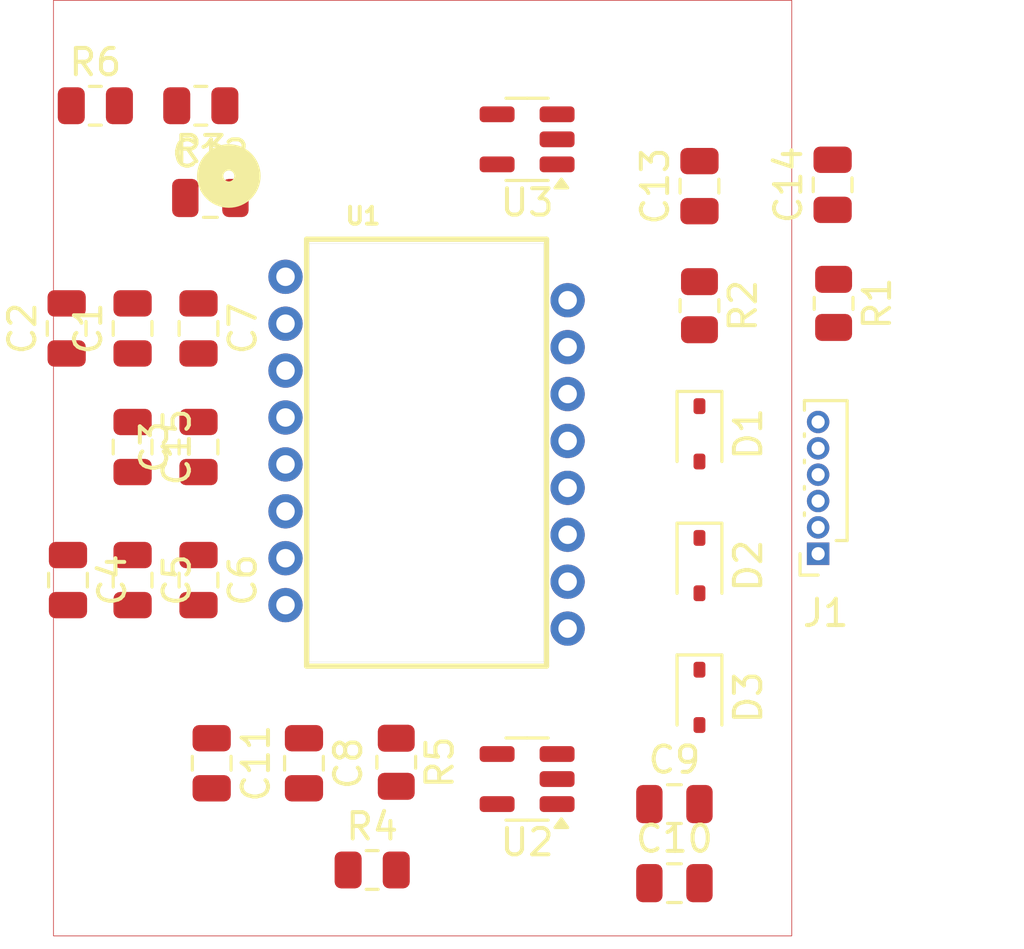
<source format=kicad_pcb>
(kicad_pcb (version 20240108) (generator "pcbnew") (generator_version "8.0")
  (title_block (title "PAW3395 Breakout board") (date "3/15/24") (rev "v1"))
  (layers (0 "F.Cu" signal) (31 "B.Cu" signal) (34 "B.Paste" user) (35 "F.Paste" user) (36 "B.SilkS" user "B.Silkscreen") (37 "F.SilkS" user "F.Silkscreen") (38 "B.Mask" user) (39 "F.Mask" user) (44 "Edge.Cuts" user))
  (net 0 "")
  (net 1 "GND")
  (net 2 "1V9")
  (net 3 "3V3")
  (net 4 "GNDREF")
  (net 5 "VDD")
  (net 6 "Net-(U3-FB)")
  (net 7 "Net-(U2-FB)")
  (net 8 "NCS")
  (net 9 "MOSI")
  (net 10 "SCLK")
  (net 11 "MISO")
  (net 12 "Net-(U1-LED_P)")
  (footprint "Capacitor_SMD:C_0805_2012Metric" (layer "F.Cu") (at 128 106.45 90)
    (property "Reference" "C1" (at 0 -1.68 270) (layer "F.SilkS"))
    (property "Value" "10uF")
    (fp_line (start -0.261252 -0.735) (end 0.261252 -0.735) (stroke (width 0.12)) (layer "F.SilkS"))
    (fp_line (start -0.261252 0.735) (end 0.261252 0.735) (stroke (width 0.12)) (layer "F.SilkS"))
    (pad "1" smd roundrect (at -0.95 0 90) (size 1 1.45) (layers "F.Cu" "F.Paste" "F.Mask") (net 2 "1V9"))
    (pad "2" smd roundrect (at 0.95 0 90) (size 1 1.45) (layers "F.Cu" "F.Paste" "F.Mask") (net 1 "GND"))
  )
  (footprint "Capacitor_SMD:C_0805_2012Metric" (layer "F.Cu") (at 128 116 -90)
    (property "Reference" "C5" (at 0 -1.68 90) (layer "F.SilkS"))
    (property "Value" "10uF")
    (fp_line (start -0.261252 0.735) (end 0.261252 0.735) (stroke (width 0.12)) (layer "F.SilkS"))
    (fp_line (start -0.261252 -0.735) (end 0.261252 -0.735) (stroke (width 0.12)) (layer "F.SilkS"))
    (pad "1" smd roundrect (at -0.95 0 270) (size 1 1.45) (layers "F.Cu" "F.Paste" "F.Mask") (net 3 "3V3"))
    (pad "2" smd roundrect (at 0.95 0 270) (size 1 1.45) (layers "F.Cu" "F.Paste" "F.Mask") (net 4 "GNDREF"))
  )
  (footprint "Capacitor_SMD:C_0805_2012Metric" (layer "F.Cu") (at 130.5 110.95 90)
    (property "Reference" "C3" (at 0 -1.68 270) (layer "F.SilkS"))
    (property "Value" "4.7uF")
    (fp_line (start -0.261252 -0.735) (end 0.261252 -0.735) (stroke (width 0.12)) (layer "F.SilkS"))
    (fp_line (start -0.261252 0.735) (end 0.261252 0.735) (stroke (width 0.12)) (layer "F.SilkS"))
    (pad "1" smd roundrect (at -0.95 0 90) (size 1 1.45) (layers "F.Cu" "F.Paste" "F.Mask") (net 3 "3V3"))
    (pad "2" smd roundrect (at 0.95 0 90) (size 1 1.45) (layers "F.Cu" "F.Paste" "F.Mask") (net 4 "GNDREF"))
  )
  (footprint "Capacitor_SMD:C_0805_2012Metric" (layer "F.Cu") (at 149.5 101.05 90)
    (property "Reference" "C13" (at 0 -1.68 270) (layer "F.SilkS"))
    (property "Value" "10uF")
    (fp_line (start -0.261252 -0.735) (end 0.261252 -0.735) (stroke (width 0.12)) (layer "F.SilkS"))
    (fp_line (start -0.261252 0.735) (end 0.261252 0.735) (stroke (width 0.12)) (layer "F.SilkS"))
    (pad "1" smd roundrect (at -0.95 0 90) (size 1 1.45) (layers "F.Cu" "F.Paste" "F.Mask") (net 3 "3V3"))
    (pad "2" smd roundrect (at 0.95 0 90) (size 1 1.45) (layers "F.Cu" "F.Paste" "F.Mask") (net 4 "GNDREF"))
  )
  (footprint "Resistor_SMD:R_0805_2012Metric" (layer "F.Cu") (at 154.5875 105.5 -90)
    (property "Reference" "R1" (at 0 -1.65 90) (layer "F.SilkS"))
    (property "Value" "5.6")
    (fp_line (start -0.227064 0.735) (end 0.227064 0.735) (stroke (width 0.12)) (layer "F.SilkS"))
    (fp_line (start -0.227064 -0.735) (end 0.227064 -0.735) (stroke (width 0.12)) (layer "F.SilkS"))
    (pad "1" smd roundrect (at -0.9125 0 270) (size 1.025 1.4) (layers "F.Cu" "F.Paste" "F.Mask") (roundrect_rratio 0.243902) (net 2 "1V9"))
    (pad "2" smd roundrect (at 0.9125 0 270) (size 1.025 1.4) (layers "F.Cu" "F.Paste" "F.Mask") (roundrect_rratio 0.243902) (net 12 "Net-(U1-LED_P)"))
  )
  (footprint "Package_TO_SOT_SMD:SOT-23-5" (layer "F.Cu") (at 142.9625 99.275 180)
    (property "Reference" "U3" (at 0 -2.4 180) (layer "F.SilkS"))
    (property "Value" "TPS73601DBV")
    (fp_line (start 0 1.56) (end 0.8 1.56) (stroke (width 0.12)) (layer "F.SilkS"))
    (fp_line (start 0 1.56) (end -0.8 1.56) (stroke (width 0.12)) (layer "F.SilkS"))
    (fp_line (start 0 -1.56) (end 0.8 -1.56) (stroke (width 0.12)) (layer "F.SilkS"))
    (fp_line (start 0 -1.56) (end -0.8 -1.56) (stroke (width 0.12)) (layer "F.SilkS"))
    (fp_poly (pts (xy -1.3 -1.51) (xy -1.54 -1.84) (xy -1.06 -1.84) (xy -1.3 -1.51)) (stroke (width 0.12)) (fill solid) (layer "F.SilkS"))
    (pad "1" smd roundrect (at -1.1375 -0.95 180) (size 1.325 0.6) (layers "F.Cu" "F.Paste" "F.Mask") (net 5 "VDD"))
    (pad "2" smd roundrect (at -1.1375 0 180) (size 1.325 0.6) (layers "F.Cu" "F.Paste" "F.Mask") (net 4 "GNDREF"))
    (pad "3" smd roundrect (at -1.1375 0.95 180) (size 1.325 0.6) (layers "F.Cu" "F.Paste" "F.Mask") (net 5 "VDD"))
    (pad "4" smd roundrect (at 1.1375 0.95 180) (size 1.325 0.6) (layers "F.Cu" "F.Paste" "F.Mask") (net 6 "Net-(U3-FB)"))
    (pad "5" smd roundrect (at 1.1375 -0.95 180) (size 1.325 0.6) (layers "F.Cu" "F.Paste" "F.Mask") (net 3 "3V3"))
  )
  (footprint "Package_TO_SOT_SMD:SOT-23-5" (layer "F.Cu") (at 142.9625 123.55 180)
    (property "Reference" "U2" (at 0 -2.4 180) (layer "F.SilkS"))
    (property "Value" "TPS73601DBV")
    (fp_line (start 0 1.56) (end 0.8 1.56) (stroke (width 0.12)) (layer "F.SilkS"))
    (fp_line (start 0 1.56) (end -0.8 1.56) (stroke (width 0.12)) (layer "F.SilkS"))
    (fp_line (start 0 -1.56) (end 0.8 -1.56) (stroke (width 0.12)) (layer "F.SilkS"))
    (fp_line (start 0 -1.56) (end -0.8 -1.56) (stroke (width 0.12)) (layer "F.SilkS"))
    (fp_poly (pts (xy -1.3 -1.51) (xy -1.54 -1.84) (xy -1.06 -1.84) (xy -1.3 -1.51)) (stroke (width 0.12)) (fill solid) (layer "F.SilkS"))
    (pad "1" smd roundrect (at -1.1375 -0.95 180) (size 1.325 0.6) (layers "F.Cu" "F.Paste" "F.Mask") (net 5 "VDD"))
    (pad "2" smd roundrect (at -1.1375 0 180) (size 1.325 0.6) (layers "F.Cu" "F.Paste" "F.Mask") (net 4 "GNDREF"))
    (pad "3" smd roundrect (at -1.1375 0.95 180) (size 1.325 0.6) (layers "F.Cu" "F.Paste" "F.Mask") (net 5 "VDD"))
    (pad "4" smd roundrect (at 1.1375 0.95 180) (size 1.325 0.6) (layers "F.Cu" "F.Paste" "F.Mask") (net 7 "Net-(U2-FB)"))
    (pad "5" smd roundrect (at 1.1375 -0.95 180) (size 1.325 0.6) (layers "F.Cu" "F.Paste" "F.Mask") (net 2 "1V9"))
  )
  (footprint "Capacitor_SMD:C_0805_2012Metric" (layer "F.Cu") (at 154.55 101 90)
    (property "Reference" "C14" (at 0 -1.68 270) (layer "F.SilkS"))
    (property "Value" "100nF")
    (fp_line (start -0.261252 -0.735) (end 0.261252 -0.735) (stroke (width 0.12)) (layer "F.SilkS"))
    (fp_line (start -0.261252 0.735) (end 0.261252 0.735) (stroke (width 0.12)) (layer "F.SilkS"))
    (pad "1" smd roundrect (at -0.95 0 90) (size 1 1.45) (layers "F.Cu" "F.Paste" "F.Mask") (net 2 "1V9"))
    (pad "2" smd roundrect (at 0.95 0 90) (size 1 1.45) (layers "F.Cu" "F.Paste" "F.Mask") (net 7 "Net-(U2-FB)"))
  )
  (footprint "Diode_SMD:D_SOD-323" (layer "F.Cu") (at 149.5 115.45 -90)
    (property "Reference" "D2" (at 0 -1.85 90) (layer "F.SilkS"))
    (property "Value" "3.3Vbd")
    (fp_line (start -1.61 0.85) (end 1.05 0.85) (stroke (width 0.12)) (layer "F.SilkS"))
    (fp_line (start -1.61 -0.85) (end -1.61 0.85) (stroke (width 0.12)) (layer "F.SilkS"))
    (fp_line (start -1.61 -0.85) (end 1.05 -0.85) (stroke (width 0.12)) (layer "F.SilkS"))
    (pad "1" smd roundrect (at -1.05 0 270) (size 0.6 0.45) (layers "F.Cu" "F.Paste" "F.Mask") (net 9 "MOSI"))
    (pad "2" smd roundrect (at 1.05 0 270) (size 0.6 0.45) (layers "F.Cu" "F.Paste" "F.Mask") (net 4 "GNDREF"))
  )
  (footprint "Capacitor_SMD:C_0805_2012Metric" (layer "F.Cu") (at 131 122.95 -90)
    (property "Reference" "C11" (at 0 -1.68 90) (layer "F.SilkS"))
    (property "Value" "1uF")
    (fp_line (start -0.261252 0.735) (end 0.261252 0.735) (stroke (width 0.12)) (layer "F.SilkS"))
    (fp_line (start -0.261252 -0.735) (end 0.261252 -0.735) (stroke (width 0.12)) (layer "F.SilkS"))
    (pad "1" smd roundrect (at -0.95 0 270) (size 1 1.45) (layers "F.Cu" "F.Paste" "F.Mask") (net 5 "VDD"))
    (pad "2" smd roundrect (at 0.95 0 270) (size 1 1.45) (layers "F.Cu" "F.Paste" "F.Mask") (net 4 "GNDREF"))
  )
  (footprint "Resistor_SMD:R_0805_2012Metric" (layer "F.Cu") (at 137.0875 127)
    (property "Reference" "R4" (at 0 -1.65 360) (layer "F.SilkS"))
    (property "Value" "63.4k")
    (fp_line (start -0.227064 -0.735) (end 0.227064 -0.735) (stroke (width 0.12)) (layer "F.SilkS"))
    (fp_line (start -0.227064 0.735) (end 0.227064 0.735) (stroke (width 0.12)) (layer "F.SilkS"))
    (pad "1" smd roundrect (at -0.9125 0) (size 1.025 1.4) (layers "F.Cu" "F.Paste" "F.Mask") (roundrect_rratio 0.243902) (net 4 "GNDREF"))
    (pad "2" smd roundrect (at 0.9125 0) (size 1.025 1.4) (layers "F.Cu" "F.Paste" "F.Mask") (roundrect_rratio 0.243902) (net 7 "Net-(U2-FB)"))
  )
  (footprint "Diode_SMD:D_SOD-323" (layer "F.Cu") (at 149.5 120.45 -90)
    (property "Reference" "D3" (at 0 -1.85 90) (layer "F.SilkS"))
    (property "Value" "3.3Vbd")
    (fp_line (start -1.61 0.85) (end 1.05 0.85) (stroke (width 0.12)) (layer "F.SilkS"))
    (fp_line (start -1.61 -0.85) (end -1.61 0.85) (stroke (width 0.12)) (layer "F.SilkS"))
    (fp_line (start -1.61 -0.85) (end 1.05 -0.85) (stroke (width 0.12)) (layer "F.SilkS"))
    (pad "1" smd roundrect (at -1.05 0 270) (size 0.6 0.45) (layers "F.Cu" "F.Paste" "F.Mask") (net 10 "SCLK"))
    (pad "2" smd roundrect (at 1.05 0 270) (size 0.6 0.45) (layers "F.Cu" "F.Paste" "F.Mask") (net 4 "GNDREF"))
  )
  (footprint "Capacitor_SMD:C_0805_2012Metric" (layer "F.Cu") (at 125.5 106.45 90)
    (property "Reference" "C2" (at 0 -1.68 270) (layer "F.SilkS"))
    (property "Value" "100nF")
    (fp_line (start -0.261252 -0.735) (end 0.261252 -0.735) (stroke (width 0.12)) (layer "F.SilkS"))
    (fp_line (start -0.261252 0.735) (end 0.261252 0.735) (stroke (width 0.12)) (layer "F.SilkS"))
    (pad "1" smd roundrect (at -0.95 0 90) (size 1 1.45) (layers "F.Cu" "F.Paste" "F.Mask") (net 2 "1V9"))
    (pad "2" smd roundrect (at 0.95 0 90) (size 1 1.45) (layers "F.Cu" "F.Paste" "F.Mask") (net 1 "GND"))
  )
  (footprint "Resistor_SMD:R_0805_2012Metric" (layer "F.Cu") (at 130.5875 98 180)
    (property "Reference" "R3" (at 0 -1.65 180) (layer "F.SilkS"))
    (property "Value" "30.1k")
    (fp_line (start -0.227064 0.735) (end 0.227064 0.735) (stroke (width 0.12)) (layer "F.SilkS"))
    (fp_line (start -0.227064 -0.735) (end 0.227064 -0.735) (stroke (width 0.12)) (layer "F.SilkS"))
    (pad "1" smd roundrect (at -0.9125 0 180) (size 1.025 1.4) (layers "F.Cu" "F.Paste" "F.Mask") (roundrect_rratio 0.243902) (net 4 "GNDREF"))
    (pad "2" smd roundrect (at 0.9125 0 180) (size 1.025 1.4) (layers "F.Cu" "F.Paste" "F.Mask") (roundrect_rratio 0.243902) (net 6 "Net-(U3-FB)"))
  )
  (footprint "Capacitor_SMD:C_0805_2012Metric" (layer "F.Cu") (at 130.5 116 -90)
    (property "Reference" "C6" (at 0 -1.68 90) (layer "F.SilkS"))
    (property "Value" "100nF")
    (fp_line (start -0.261252 0.735) (end 0.261252 0.735) (stroke (width 0.12)) (layer "F.SilkS"))
    (fp_line (start -0.261252 -0.735) (end 0.261252 -0.735) (stroke (width 0.12)) (layer "F.SilkS"))
    (pad "1" smd roundrect (at -0.95 0 270) (size 1 1.45) (layers "F.Cu" "F.Paste" "F.Mask") (net 3 "3V3"))
    (pad "2" smd roundrect (at 0.95 0 270) (size 1 1.45) (layers "F.Cu" "F.Paste" "F.Mask") (net 4 "GNDREF"))
  )
  (footprint "Resistor_SMD:R_0805_2012Metric" (layer "F.Cu") (at 138 122.9125 -90)
    (property "Reference" "R5" (at 0 -1.65 90) (layer "F.SilkS"))
    (property "Value" "37.4k")
    (fp_line (start -0.227064 0.735) (end 0.227064 0.735) (stroke (width 0.12)) (layer "F.SilkS"))
    (fp_line (start -0.227064 -0.735) (end 0.227064 -0.735) (stroke (width 0.12)) (layer "F.SilkS"))
    (pad "1" smd roundrect (at -0.9125 0 270) (size 1.025 1.4) (layers "F.Cu" "F.Paste" "F.Mask") (roundrect_rratio 0.243902) (net 2 "1V9"))
    (pad "2" smd roundrect (at 0.9125 0 270) (size 1.025 1.4) (layers "F.Cu" "F.Paste" "F.Mask") (roundrect_rratio 0.243902) (net 7 "Net-(U2-FB)"))
  )
  (footprint "motion sensor:PMW3360" (layer "F.Cu") (at 139.15 111.165)
    (property "Reference" "U1" (at -2.413 -8.9789 0) (layer "F.SilkS") (effects (font (size 0.64 0.64))))
    (property "Value" "paw3395")
    (fp_line (start -4.55 -8.1) (end -4.55 8.1) (stroke (width 0.2)) (layer "F.SilkS"))
    (fp_line (start -4.55 8.1) (end 4.55 8.1) (stroke (width 0.2)) (layer "F.SilkS"))
    (fp_line (start 4.55 -8.1) (end -4.55 -8.1) (stroke (width 0.2)) (layer "F.SilkS"))
    (fp_line (start 4.55 8.1) (end 4.55 -8.1) (stroke (width 0.2)) (layer "F.SilkS"))
    (fp_circle (center -7.5 -10.5) (end -6.792893 -10.5) (stroke (width 1)) (fill none) (layer "F.SilkS"))
    (fp_line (start -4.445 -7.9375) (end 4.445 -7.9375) (stroke (width 0.01)) (layer "Edge.Cuts"))
    (fp_line (start -4.445 7.9375) (end -4.445 -7.9375) (stroke (width 0.01)) (layer "Edge.Cuts"))
    (fp_line (start 4.445 -7.9375) (end 4.445 7.9375) (stroke (width 0.01)) (layer "Edge.Cuts"))
    (fp_line (start 4.445 7.9375) (end -4.445 7.9375) (stroke (width 0.01)) (layer "Edge.Cuts"))
    (pad "1" thru_hole circle (at -5.35 -6.675) (size 1.3 1.3) (drill 0.7) (layers "*.Cu" "*.Mask"))
    (pad "2" thru_hole circle (at -5.35 -4.895) (size 1.3 1.3) (drill 0.7) (layers "*.Cu" "*.Mask"))
    (pad "3" thru_hole circle (at -5.35 -3.115) (size 1.3 1.3) (drill 0.7) (layers "*.Cu" "*.Mask") (net 1 "GND"))
    (pad "4" thru_hole circle (at -5.35 -1.335) (size 1.3 1.3) (drill 0.7) (layers "*.Cu" "*.Mask") (net 2 "1V9"))
    (pad "5" thru_hole circle (at -5.35 0.445) (size 1.3 1.3) (drill 0.7) (layers "*.Cu" "*.Mask") (net 3 "3V3"))
    (pad "6" thru_hole circle (at -5.35 2.225) (size 1.3 1.3) (drill 0.7) (layers "*.Cu" "*.Mask"))
    (pad "7" thru_hole circle (at -5.35 4.005) (size 1.3 1.3) (drill 0.7) (layers "*.Cu" "*.Mask") (net 3 "3V3"))
    (pad "8" thru_hole circle (at -5.35 5.785) (size 1.3 1.3) (drill 0.7) (layers "*.Cu" "*.Mask") (net 4 "GNDREF"))
    (pad "9" thru_hole circle (at 5.35 6.675) (size 1.3 1.3) (drill 0.7) (layers "*.Cu" "*.Mask"))
    (pad "10" thru_hole circle (at 5.35 4.895) (size 1.3 1.3) (drill 0.7) (layers "*.Cu" "*.Mask") (net 10 "SCLK"))
    (pad "11" thru_hole circle (at 5.35 3.115) (size 1.3 1.3) (drill 0.7) (layers "*.Cu" "*.Mask") (net 9 "MOSI"))
    (pad "12" thru_hole circle (at 5.35 1.335) (size 1.3 1.3) (drill 0.7) (layers "*.Cu" "*.Mask") (net 11 "MISO"))
    (pad "13" thru_hole circle (at 5.35 -0.445) (size 1.3 1.3) (drill 0.7) (layers "*.Cu" "*.Mask") (net 8 "NCS"))
    (pad "14" thru_hole circle (at 5.35 -2.225) (size 1.3 1.3) (drill 0.7) (layers "*.Cu" "*.Mask"))
    (pad "15" thru_hole circle (at 5.35 -4.005) (size 1.3 1.3) (drill 0.7) (layers "*.Cu" "*.Mask") (net 12 "Net-(U1-LED_P)"))
    (pad "16" thru_hole circle (at 5.35 -5.785) (size 1.3 1.3) (drill 0.7) (layers "*.Cu" "*.Mask"))
  )
  (footprint "Capacitor_SMD:C_0805_2012Metric" (layer "F.Cu") (at 130.95 101.5)
    (property "Reference" "C12" (at 0 -1.68 360) (layer "F.SilkS"))
    (property "Value" "100nF")
    (fp_line (start -0.261252 -0.735) (end 0.261252 -0.735) (stroke (width 0.12)) (layer "F.SilkS"))
    (fp_line (start -0.261252 0.735) (end 0.261252 0.735) (stroke (width 0.12)) (layer "F.SilkS"))
    (pad "1" smd roundrect (at -0.95 0) (size 1 1.45) (layers "F.Cu" "F.Paste" "F.Mask") (net 3 "3V3"))
    (pad "2" smd roundrect (at 0.95 0) (size 1 1.45) (layers "F.Cu" "F.Paste" "F.Mask") (net 6 "Net-(U3-FB)"))
  )
  (footprint "Capacitor_SMD:C_0805_2012Metric" (layer "F.Cu") (at 128 110.95 -90)
    (property "Reference" "C15" (at 0 -1.68 90) (layer "F.SilkS"))
    (property "Value" "10uF")
    (fp_line (start -0.261252 0.735) (end 0.261252 0.735) (stroke (width 0.12)) (layer "F.SilkS"))
    (fp_line (start -0.261252 -0.735) (end 0.261252 -0.735) (stroke (width 0.12)) (layer "F.SilkS"))
    (pad "1" smd roundrect (at -0.95 0 270) (size 1 1.45) (layers "F.Cu" "F.Paste" "F.Mask") (net 2 "1V9"))
    (pad "2" smd roundrect (at 0.95 0 270) (size 1 1.45) (layers "F.Cu" "F.Paste" "F.Mask") (net 4 "GNDREF"))
  )
  (footprint "Capacitor_SMD:C_0805_2012Metric" (layer "F.Cu") (at 148.55 127.5)
    (property "Reference" "C10" (at 0 -1.68 360) (layer "F.SilkS"))
    (property "Value" "100nF")
    (fp_line (start -0.261252 -0.735) (end 0.261252 -0.735) (stroke (width 0.12)) (layer "F.SilkS"))
    (fp_line (start -0.261252 0.735) (end 0.261252 0.735) (stroke (width 0.12)) (layer "F.SilkS"))
    (pad "1" smd roundrect (at -0.95 0) (size 1 1.45) (layers "F.Cu" "F.Paste" "F.Mask") (net 5 "VDD"))
    (pad "2" smd roundrect (at 0.95 0) (size 1 1.45) (layers "F.Cu" "F.Paste" "F.Mask") (net 4 "GNDREF"))
  )
  (footprint "Capacitor_SMD:C_0805_2012Metric" (layer "F.Cu") (at 125.55 116 -90)
    (property "Reference" "C4" (at 0 -1.68 90) (layer "F.SilkS"))
    (property "Value" "100nF")
    (fp_line (start -0.261252 0.735) (end 0.261252 0.735) (stroke (width 0.12)) (layer "F.SilkS"))
    (fp_line (start -0.261252 -0.735) (end 0.261252 -0.735) (stroke (width 0.12)) (layer "F.SilkS"))
    (pad "1" smd roundrect (at -0.95 0 270) (size 1 1.45) (layers "F.Cu" "F.Paste" "F.Mask") (net 3 "3V3"))
    (pad "2" smd roundrect (at 0.95 0 270) (size 1 1.45) (layers "F.Cu" "F.Paste" "F.Mask") (net 4 "GNDREF"))
  )
  (footprint "Diode_SMD:D_SOD-323" (layer "F.Cu") (at 149.5 110.45 -90)
    (property "Reference" "D1" (at 0 -1.85 90) (layer "F.SilkS"))
    (property "Value" "3.3Vbd")
    (fp_line (start -1.61 0.85) (end 1.05 0.85) (stroke (width 0.12)) (layer "F.SilkS"))
    (fp_line (start -1.61 -0.85) (end -1.61 0.85) (stroke (width 0.12)) (layer "F.SilkS"))
    (fp_line (start -1.61 -0.85) (end 1.05 -0.85) (stroke (width 0.12)) (layer "F.SilkS"))
    (pad "1" smd roundrect (at -1.05 0 270) (size 0.6 0.45) (layers "F.Cu" "F.Paste" "F.Mask") (net 8 "NCS"))
    (pad "2" smd roundrect (at 1.05 0 270) (size 0.6 0.45) (layers "F.Cu" "F.Paste" "F.Mask") (net 4 "GNDREF"))
  )
  (footprint "Resistor_SMD:R_0805_2012Metric" (layer "F.Cu") (at 126.5875 98)
    (property "Reference" "R6" (at 0 -1.65 360) (layer "F.SilkS"))
    (property "Value" "52.3k")
    (fp_line (start -0.227064 -0.735) (end 0.227064 -0.735) (stroke (width 0.12)) (layer "F.SilkS"))
    (fp_line (start -0.227064 0.735) (end 0.227064 0.735) (stroke (width 0.12)) (layer "F.SilkS"))
    (pad "1" smd roundrect (at -0.9125 0) (size 1.025 1.4) (layers "F.Cu" "F.Paste" "F.Mask") (roundrect_rratio 0.243902) (net 3 "3V3"))
    (pad "2" smd roundrect (at 0.9125 0) (size 1.025 1.4) (layers "F.Cu" "F.Paste" "F.Mask") (roundrect_rratio 0.243902) (net 6 "Net-(U3-FB)"))
  )
  (footprint "Capacitor_SMD:C_0805_2012Metric" (layer "F.Cu") (at 130.5 106.45 -90)
    (property "Reference" "C7" (at 0 -1.68 90) (layer "F.SilkS"))
    (property "Value" "33uF")
    (fp_line (start -0.261252 0.735) (end 0.261252 0.735) (stroke (width 0.12)) (layer "F.SilkS"))
    (fp_line (start -0.261252 -0.735) (end 0.261252 -0.735) (stroke (width 0.12)) (layer "F.SilkS"))
    (pad "1" smd roundrect (at -0.95 0 270) (size 1 1.45) (layers "F.Cu" "F.Paste" "F.Mask") (net 1 "GND"))
    (pad "2" smd roundrect (at 0.95 0 270) (size 1 1.45) (layers "F.Cu" "F.Paste" "F.Mask") (net 2 "1V9"))
  )
  (footprint "Resistor_SMD:R_0805_2012Metric" (layer "F.Cu") (at 149.5 105.5875 -90)
    (property "Reference" "R2" (at 0 -1.65 90) (layer "F.SilkS"))
    (property "Value" "10k")
    (fp_line (start -0.227064 0.735) (end 0.227064 0.735) (stroke (width 0.12)) (layer "F.SilkS"))
    (fp_line (start -0.227064 -0.735) (end 0.227064 -0.735) (stroke (width 0.12)) (layer "F.SilkS"))
    (pad "1" smd roundrect (at -0.9125 0 270) (size 1.025 1.4) (layers "F.Cu" "F.Paste" "F.Mask") (roundrect_rratio 0.243902) (net 3 "3V3"))
    (pad "2" smd roundrect (at 0.9125 0 270) (size 1.025 1.4) (layers "F.Cu" "F.Paste" "F.Mask") (roundrect_rratio 0.243902) (net 11 "MISO"))
  )
  (footprint "Capacitor_SMD:C_0805_2012Metric" (layer "F.Cu") (at 148.55 124.5)
    (property "Reference" "C9" (at 0 -1.68 0) (layer "F.SilkS"))
    (property "Value" "1uF")
    (fp_line (start -0.261252 -0.735) (end 0.261252 -0.735) (stroke (width 0.12)) (layer "F.SilkS"))
    (fp_line (start -0.261252 0.735) (end 0.261252 0.735) (stroke (width 0.12)) (layer "F.SilkS"))
    (pad "1" smd roundrect (at -0.95 0) (size 1 1.45) (layers "F.Cu" "F.Paste" "F.Mask") (net 5 "VDD"))
    (pad "2" smd roundrect (at 0.95 0) (size 1 1.45) (layers "F.Cu" "F.Paste" "F.Mask") (net 4 "GNDREF"))
  )
  (footprint "Connector_PinSocket_1.00mm:PinSocket_1x06_P1.00mm_Vertical" (layer "F.Cu") (at 154 115 180)
    (property "Reference" "J1" (at -0.29 -2.25 180) (layer "F.SilkS"))
    (property "Value" "Conn_01x06_Socket")
    (fp_line (start 0.685 -0.81) (end 0.685 0) (stroke (width 0.12)) (layer "F.SilkS"))
    (fp_line (start 0.52 5.445898) (end 0.52 5.81) (stroke (width 0.12)) (layer "F.SilkS"))
    (fp_line (start 0.52 4.445898) (end 0.52 4.554102) (stroke (width 0.12)) (layer "F.SilkS"))
    (fp_line (start 0.52 3.445898) (end 0.52 3.554102) (stroke (width 0.12)) (layer "F.SilkS"))
    (fp_line (start 0.52 2.445898) (end 0.52 2.554102) (stroke (width 0.12)) (layer "F.SilkS"))
    (fp_line (start 0.52 1.445898) (end 0.52 1.554102) (stroke (width 0.12)) (layer "F.SilkS"))
    (fp_line (start 0 -0.81) (end 0.685 -0.81) (stroke (width 0.12)) (layer "F.SilkS"))
    (fp_line (start -1.1 5.81) (end 0.52 5.81) (stroke (width 0.12)) (layer "F.SilkS"))
    (fp_line (start -1.1 0.5) (end -0.685 0.5) (stroke (width 0.12)) (layer "F.SilkS"))
    (fp_line (start -1.1 0.5) (end -1.1 5.81) (stroke (width 0.12)) (layer "F.SilkS"))
    (pad "1" thru_hole rect (at 0 0 180) (size 0.85 0.85) (drill 0.5) (layers "*.Cu" "*.Mask") (net 10 "SCLK"))
    (pad "2" thru_hole oval (at 0 1 180) (size 0.85 0.85) (drill 0.5) (layers "*.Cu" "*.Mask") (net 9 "MOSI"))
    (pad "3" thru_hole oval (at 0 2 180) (size 0.85 0.85) (drill 0.5) (layers "*.Cu" "*.Mask") (net 11 "MISO"))
    (pad "4" thru_hole oval (at 0 3 180) (size 0.85 0.85) (drill 0.5) (layers "*.Cu" "*.Mask") (net 8 "NCS"))
    (pad "5" thru_hole oval (at 0 4 180) (size 0.85 0.85) (drill 0.5) (layers "*.Cu" "*.Mask") (net 4 "GNDREF"))
    (pad "6" thru_hole oval (at 0 5 180) (size 0.85 0.85) (drill 0.5) (layers "*.Cu" "*.Mask") (net 5 "VDD"))
  )
  (footprint "Capacitor_SMD:C_0805_2012Metric" (layer "F.Cu") (at 134.5 122.95 -90)
    (property "Reference" "C8" (at 0 -1.68 90) (layer "F.SilkS"))
    (property "Value" "100nF")
    (fp_line (start -0.261252 0.735) (end 0.261252 0.735) (stroke (width 0.12)) (layer "F.SilkS"))
    (fp_line (start -0.261252 -0.735) (end 0.261252 -0.735) (stroke (width 0.12)) (layer "F.SilkS"))
    (pad "1" smd roundrect (at -0.95 0 270) (size 1 1.45) (layers "F.Cu" "F.Paste" "F.Mask") (net 5 "VDD"))
    (pad "2" smd roundrect (at 0.95 0 270) (size 1 1.45) (layers "F.Cu" "F.Paste" "F.Mask") (net 4 "GNDREF"))
  )
  (gr_rect (start 125 94) (end 153 129.5) (stroke (width 0.0254)) (fill none) (layer "F.Cu"))
)
</source>
